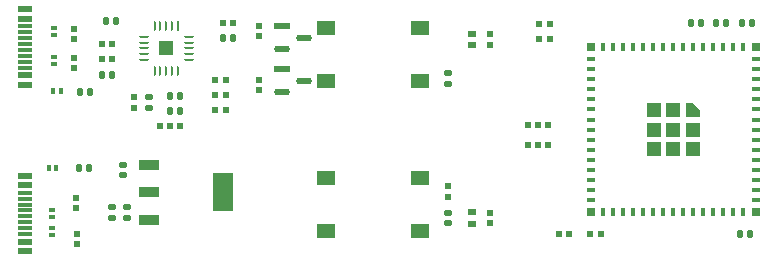
<source format=gtp>
G04*
G04 #@! TF.GenerationSoftware,Altium Limited,Altium Designer,25.4.2 (15)*
G04*
G04 Layer_Color=8421504*
%FSLAX25Y25*%
%MOIN*%
G70*
G04*
G04 #@! TF.SameCoordinates,6D7273DC-0862-4ADB-9A81-04C38C25D803*
G04*
G04*
G04 #@! TF.FilePolarity,Positive*
G04*
G01*
G75*
%ADD15R,0.05105X0.05105*%
%ADD16R,0.02362X0.02126*%
G04:AMPARAMS|DCode=17|XSize=23.62mil|YSize=21.26mil|CornerRadius=5.63mil|HoleSize=0mil|Usage=FLASHONLY|Rotation=180.000|XOffset=0mil|YOffset=0mil|HoleType=Round|Shape=RoundedRectangle|*
%AMROUNDEDRECTD17*
21,1,0.02362,0.00999,0,0,180.0*
21,1,0.01235,0.02126,0,0,180.0*
1,1,0.01127,-0.00618,0.00500*
1,1,0.01127,0.00618,0.00500*
1,1,0.01127,0.00618,-0.00500*
1,1,0.01127,-0.00618,-0.00500*
%
%ADD17ROUNDEDRECTD17*%
%ADD18R,0.02362X0.01378*%
G04:AMPARAMS|DCode=19|XSize=23.62mil|YSize=21.26mil|CornerRadius=5.63mil|HoleSize=0mil|Usage=FLASHONLY|Rotation=90.000|XOffset=0mil|YOffset=0mil|HoleType=Round|Shape=RoundedRectangle|*
%AMROUNDEDRECTD19*
21,1,0.02362,0.00999,0,0,90.0*
21,1,0.01235,0.02126,0,0,90.0*
1,1,0.01127,0.00500,0.00618*
1,1,0.01127,0.00500,-0.00618*
1,1,0.01127,-0.00500,-0.00618*
1,1,0.01127,-0.00500,0.00618*
%
%ADD19ROUNDEDRECTD19*%
%ADD20R,0.02126X0.02362*%
%ADD21R,0.01378X0.02362*%
%ADD22R,0.06102X0.05118*%
%ADD23R,0.05343X0.02253*%
G04:AMPARAMS|DCode=24|XSize=53.43mil|YSize=22.53mil|CornerRadius=11.26mil|HoleSize=0mil|Usage=FLASHONLY|Rotation=0.000|XOffset=0mil|YOffset=0mil|HoleType=Round|Shape=RoundedRectangle|*
%AMROUNDEDRECTD24*
21,1,0.05343,0.00000,0,0,0.0*
21,1,0.03091,0.02253,0,0,0.0*
1,1,0.02253,0.01545,0.00000*
1,1,0.02253,-0.01545,0.00000*
1,1,0.02253,-0.01545,0.00000*
1,1,0.02253,0.01545,0.00000*
%
%ADD24ROUNDEDRECTD24*%
%ADD25R,0.03150X0.03150*%
%ADD26R,0.03150X0.01575*%
%ADD27R,0.01575X0.03150*%
%ADD28R,0.04724X0.04724*%
G04:AMPARAMS|DCode=29|XSize=33.06mil|YSize=9.55mil|CornerRadius=4.77mil|HoleSize=0mil|Usage=FLASHONLY|Rotation=270.000|XOffset=0mil|YOffset=0mil|HoleType=Round|Shape=RoundedRectangle|*
%AMROUNDEDRECTD29*
21,1,0.03306,0.00000,0,0,270.0*
21,1,0.02351,0.00955,0,0,270.0*
1,1,0.00955,0.00000,-0.01176*
1,1,0.00955,0.00000,0.01176*
1,1,0.00955,0.00000,0.01176*
1,1,0.00955,0.00000,-0.01176*
%
%ADD29ROUNDEDRECTD29*%
%ADD30R,0.04528X0.02362*%
%ADD31R,0.02756X0.02362*%
G04:AMPARAMS|DCode=32|XSize=125.98mil|YSize=68.9mil|CornerRadius=2.07mil|HoleSize=0mil|Usage=FLASHONLY|Rotation=90.000|XOffset=0mil|YOffset=0mil|HoleType=Round|Shape=RoundedRectangle|*
%AMROUNDEDRECTD32*
21,1,0.12598,0.06476,0,0,90.0*
21,1,0.12185,0.06890,0,0,90.0*
1,1,0.00413,0.03238,0.06093*
1,1,0.00413,0.03238,-0.06093*
1,1,0.00413,-0.03238,-0.06093*
1,1,0.00413,-0.03238,0.06093*
%
%ADD32ROUNDEDRECTD32*%
G04:AMPARAMS|DCode=33|XSize=35.43mil|YSize=68.9mil|CornerRadius=1.95mil|HoleSize=0mil|Usage=FLASHONLY|Rotation=90.000|XOffset=0mil|YOffset=0mil|HoleType=Round|Shape=RoundedRectangle|*
%AMROUNDEDRECTD33*
21,1,0.03543,0.06500,0,0,90.0*
21,1,0.03154,0.06890,0,0,90.0*
1,1,0.00390,0.03250,0.01577*
1,1,0.00390,0.03250,-0.01577*
1,1,0.00390,-0.03250,-0.01577*
1,1,0.00390,-0.03250,0.01577*
%
%ADD33ROUNDEDRECTD33*%
%ADD34R,0.04528X0.01181*%
%ADD35R,0.00955X0.03306*%
G04:AMPARAMS|DCode=36|XSize=9.55mil|YSize=33.06mil|CornerRadius=4.77mil|HoleSize=0mil|Usage=FLASHONLY|Rotation=270.000|XOffset=0mil|YOffset=0mil|HoleType=Round|Shape=RoundedRectangle|*
%AMROUNDEDRECTD36*
21,1,0.00955,0.02351,0,0,270.0*
21,1,0.00000,0.03306,0,0,270.0*
1,1,0.00955,-0.01176,0.00000*
1,1,0.00955,-0.01176,0.00000*
1,1,0.00955,0.01176,0.00000*
1,1,0.00955,0.01176,0.00000*
%
%ADD36ROUNDEDRECTD36*%
G36*
X244075Y54094D02*
Y58819D01*
X246437D01*
X248799Y56457D01*
Y54094D01*
X244075D01*
D02*
G37*
D15*
X71000Y77000D02*
D03*
D16*
X60200Y57299D02*
D03*
Y60701D02*
D03*
X40100Y70420D02*
D03*
Y73821D02*
D03*
Y83421D02*
D03*
Y80020D02*
D03*
X41100Y15200D02*
D03*
X41000Y23799D02*
D03*
X101900Y62999D02*
D03*
Y66401D02*
D03*
X101800Y84501D02*
D03*
Y81099D02*
D03*
X179000Y78299D02*
D03*
Y81701D02*
D03*
Y22201D02*
D03*
Y18799D02*
D03*
X41000Y27201D02*
D03*
X41100Y11798D02*
D03*
X165000Y31000D02*
D03*
Y27598D02*
D03*
D17*
X65200Y60693D02*
D03*
Y57307D02*
D03*
X165000Y68693D02*
D03*
Y65307D02*
D03*
Y18807D02*
D03*
X56500Y34707D02*
D03*
X57800Y23993D02*
D03*
X52800D02*
D03*
X56500Y38093D02*
D03*
X57800Y20607D02*
D03*
X52800D02*
D03*
X165000Y22193D02*
D03*
D18*
X33600Y71700D02*
D03*
Y74259D02*
D03*
X33400Y83880D02*
D03*
Y81321D02*
D03*
X33000Y23280D02*
D03*
Y14720D02*
D03*
Y17279D02*
D03*
Y20720D02*
D03*
D19*
X52793Y68100D02*
D03*
X49407D02*
D03*
X45586Y62600D02*
D03*
X42200D02*
D03*
X41807Y37000D02*
D03*
X45193D02*
D03*
X266193Y85500D02*
D03*
X257693D02*
D03*
X245807D02*
D03*
X262307Y15000D02*
D03*
X93193Y80500D02*
D03*
X50807Y86000D02*
D03*
X75693Y61000D02*
D03*
Y56000D02*
D03*
X262807Y85500D02*
D03*
X265693Y15000D02*
D03*
X72307Y56000D02*
D03*
Y61000D02*
D03*
X54193Y86000D02*
D03*
X89807Y80500D02*
D03*
X249193Y85500D02*
D03*
X254307D02*
D03*
D20*
X87299Y61500D02*
D03*
X90701D02*
D03*
X87299Y66500D02*
D03*
X90701D02*
D03*
X87299Y56500D02*
D03*
X90701D02*
D03*
X49499Y78600D02*
D03*
X52901D02*
D03*
X49499Y73600D02*
D03*
X52901D02*
D03*
X75600Y51000D02*
D03*
X72198D02*
D03*
X201799Y15000D02*
D03*
X205201D02*
D03*
X72201Y51000D02*
D03*
X68799D02*
D03*
X89799Y85500D02*
D03*
X93201D02*
D03*
X198701Y85000D02*
D03*
X195299D02*
D03*
X212299Y15000D02*
D03*
X215701D02*
D03*
X198701Y80000D02*
D03*
X195299D02*
D03*
X194801Y51400D02*
D03*
X191399D02*
D03*
X194799Y44700D02*
D03*
X191398D02*
D03*
X194799Y51400D02*
D03*
X198201D02*
D03*
X194799Y44700D02*
D03*
X198201D02*
D03*
D21*
X33321Y62700D02*
D03*
X35879D02*
D03*
X31721Y37000D02*
D03*
X34280D02*
D03*
D22*
X155650Y66142D02*
D03*
X124350D02*
D03*
X155650Y83858D02*
D03*
X124350D02*
D03*
X155650Y33858D02*
D03*
X124350D02*
D03*
Y16142D02*
D03*
X155650D02*
D03*
D23*
X109515Y84340D02*
D03*
X109415Y70040D02*
D03*
D24*
X109515Y76860D02*
D03*
X117000Y80600D02*
D03*
X109415Y62560D02*
D03*
X116900Y66300D02*
D03*
D25*
X267500Y77520D02*
D03*
X212382D02*
D03*
X267500Y22402D02*
D03*
X212382D02*
D03*
D26*
X267500Y73386D02*
D03*
Y63346D02*
D03*
Y66693D02*
D03*
Y60000D02*
D03*
Y70039D02*
D03*
Y56653D02*
D03*
Y53307D02*
D03*
Y46614D02*
D03*
Y49961D02*
D03*
Y43268D02*
D03*
Y36575D02*
D03*
Y39921D02*
D03*
Y33228D02*
D03*
Y26535D02*
D03*
Y29882D02*
D03*
X212382Y73386D02*
D03*
Y70039D02*
D03*
Y66693D02*
D03*
Y63346D02*
D03*
Y60000D02*
D03*
Y56653D02*
D03*
Y53307D02*
D03*
Y49961D02*
D03*
Y46614D02*
D03*
Y43268D02*
D03*
Y39921D02*
D03*
Y36575D02*
D03*
Y33228D02*
D03*
Y29882D02*
D03*
Y26535D02*
D03*
D27*
X263366Y77520D02*
D03*
X260020D02*
D03*
X253327Y22402D02*
D03*
X256673D02*
D03*
Y77520D02*
D03*
X253327D02*
D03*
X249980D02*
D03*
X246634D02*
D03*
X243287D02*
D03*
X239941D02*
D03*
X236595D02*
D03*
X233248D02*
D03*
X229902D02*
D03*
X226555D02*
D03*
X223209D02*
D03*
X219862D02*
D03*
X216516D02*
D03*
Y22402D02*
D03*
X219862D02*
D03*
X223209D02*
D03*
X226555D02*
D03*
X229902D02*
D03*
X233248D02*
D03*
X236595D02*
D03*
X239941D02*
D03*
X243287D02*
D03*
X246634D02*
D03*
X249980D02*
D03*
X260020D02*
D03*
X263366D02*
D03*
D28*
X239941Y56457D02*
D03*
X233445D02*
D03*
X246437Y49961D02*
D03*
Y43465D02*
D03*
X239941D02*
D03*
Y49961D02*
D03*
X233445D02*
D03*
Y43465D02*
D03*
D29*
X71000Y84541D02*
D03*
Y69459D02*
D03*
X72969Y84541D02*
D03*
X69032D02*
D03*
X67063D02*
D03*
Y69459D02*
D03*
X69032D02*
D03*
X72969D02*
D03*
X74937D02*
D03*
D30*
X23984Y90098D02*
D03*
Y64902D02*
D03*
Y34598D02*
D03*
Y9402D02*
D03*
Y68051D02*
D03*
Y86949D02*
D03*
Y31449D02*
D03*
Y12551D02*
D03*
D31*
X173000Y18630D02*
D03*
Y78130D02*
D03*
Y81870D02*
D03*
Y22370D02*
D03*
D32*
X89906Y29000D02*
D03*
D33*
X65300D02*
D03*
Y38055D02*
D03*
Y19945D02*
D03*
D34*
X23984Y84390D02*
D03*
Y82421D02*
D03*
Y80453D02*
D03*
Y78484D02*
D03*
Y76516D02*
D03*
Y74547D02*
D03*
Y72579D02*
D03*
Y70610D02*
D03*
Y15110D02*
D03*
Y17079D02*
D03*
Y19047D02*
D03*
Y21016D02*
D03*
Y22984D02*
D03*
Y24953D02*
D03*
Y26921D02*
D03*
Y28890D02*
D03*
D35*
X74937Y84541D02*
D03*
D36*
X63459Y80937D02*
D03*
Y78969D02*
D03*
Y77000D02*
D03*
Y75032D02*
D03*
Y73063D02*
D03*
X78541D02*
D03*
Y75032D02*
D03*
Y77000D02*
D03*
Y78969D02*
D03*
Y80937D02*
D03*
M02*

</source>
